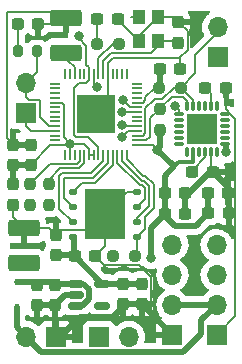
<source format=gbr>
%TF.GenerationSoftware,KiCad,Pcbnew,(6.0.7-1)-1*%
%TF.CreationDate,2022-10-12T15:07:03-04:00*%
%TF.ProjectId,PICO_v1.0,5049434f-5f76-4312-9e30-2e6b69636164,rev?*%
%TF.SameCoordinates,Original*%
%TF.FileFunction,Copper,L1,Top*%
%TF.FilePolarity,Positive*%
%FSLAX46Y46*%
G04 Gerber Fmt 4.6, Leading zero omitted, Abs format (unit mm)*
G04 Created by KiCad (PCBNEW (6.0.7-1)-1) date 2022-10-12 15:07:03*
%MOMM*%
%LPD*%
G01*
G04 APERTURE LIST*
G04 Aperture macros list*
%AMRoundRect*
0 Rectangle with rounded corners*
0 $1 Rounding radius*
0 $2 $3 $4 $5 $6 $7 $8 $9 X,Y pos of 4 corners*
0 Add a 4 corners polygon primitive as box body*
4,1,4,$2,$3,$4,$5,$6,$7,$8,$9,$2,$3,0*
0 Add four circle primitives for the rounded corners*
1,1,$1+$1,$2,$3*
1,1,$1+$1,$4,$5*
1,1,$1+$1,$6,$7*
1,1,$1+$1,$8,$9*
0 Add four rect primitives between the rounded corners*
20,1,$1+$1,$2,$3,$4,$5,0*
20,1,$1+$1,$4,$5,$6,$7,0*
20,1,$1+$1,$6,$7,$8,$9,0*
20,1,$1+$1,$8,$9,$2,$3,0*%
%AMOutline4P*
0 Free polygon, 4 corners , with rotation*
0 The origin of the aperture is its center*
0 number of corners: always 4*
0 $1 to $8 corner X, Y*
0 $9 Rotation angle, in degrees counterclockwise*
0 create outline with 4 corners*
4,1,4,$1,$2,$3,$4,$5,$6,$7,$8,$1,$2,$9*%
G04 Aperture macros list end*
%TA.AperFunction,ComponentPad*%
%ADD10R,1.700000X1.700000*%
%TD*%
%TA.AperFunction,ComponentPad*%
%ADD11O,1.700000X1.700000*%
%TD*%
%TA.AperFunction,SMDPad,CuDef*%
%ADD12RoundRect,0.250001X-1.074999X0.462499X-1.074999X-0.462499X1.074999X-0.462499X1.074999X0.462499X0*%
%TD*%
%TA.AperFunction,SMDPad,CuDef*%
%ADD13RoundRect,0.237500X-0.237500X0.300000X-0.237500X-0.300000X0.237500X-0.300000X0.237500X0.300000X0*%
%TD*%
%TA.AperFunction,SMDPad,CuDef*%
%ADD14RoundRect,0.237500X0.237500X-0.300000X0.237500X0.300000X-0.237500X0.300000X-0.237500X-0.300000X0*%
%TD*%
%TA.AperFunction,SMDPad,CuDef*%
%ADD15RoundRect,0.237500X-0.300000X-0.237500X0.300000X-0.237500X0.300000X0.237500X-0.300000X0.237500X0*%
%TD*%
%TA.AperFunction,SMDPad,CuDef*%
%ADD16RoundRect,0.237500X0.237500X-0.250000X0.237500X0.250000X-0.237500X0.250000X-0.237500X-0.250000X0*%
%TD*%
%TA.AperFunction,SMDPad,CuDef*%
%ADD17RoundRect,0.075000X-0.350000X-0.075000X0.350000X-0.075000X0.350000X0.075000X-0.350000X0.075000X0*%
%TD*%
%TA.AperFunction,SMDPad,CuDef*%
%ADD18RoundRect,0.075000X0.075000X-0.350000X0.075000X0.350000X-0.075000X0.350000X-0.075000X-0.350000X0*%
%TD*%
%TA.AperFunction,SMDPad,CuDef*%
%ADD19Outline4P,-1.295400X-1.257300X1.295400X-1.257300X1.295400X1.257300X-1.295400X1.257300X0.000000*%
%TD*%
%TA.AperFunction,SMDPad,CuDef*%
%ADD20RoundRect,0.050000X0.387500X0.050000X-0.387500X0.050000X-0.387500X-0.050000X0.387500X-0.050000X0*%
%TD*%
%TA.AperFunction,SMDPad,CuDef*%
%ADD21RoundRect,0.050000X0.050000X0.387500X-0.050000X0.387500X-0.050000X-0.387500X0.050000X-0.387500X0*%
%TD*%
%TA.AperFunction,SMDPad,CuDef*%
%ADD22R,3.200000X3.200000*%
%TD*%
%TA.AperFunction,SMDPad,CuDef*%
%ADD23RoundRect,0.237500X-0.237500X0.250000X-0.237500X-0.250000X0.237500X-0.250000X0.237500X0.250000X0*%
%TD*%
%TA.AperFunction,SMDPad,CuDef*%
%ADD24RoundRect,0.237500X0.250000X0.237500X-0.250000X0.237500X-0.250000X-0.237500X0.250000X-0.237500X0*%
%TD*%
%TA.AperFunction,SMDPad,CuDef*%
%ADD25RoundRect,0.125000X0.250000X0.125000X-0.250000X0.125000X-0.250000X-0.125000X0.250000X-0.125000X0*%
%TD*%
%TA.AperFunction,SMDPad,CuDef*%
%ADD26R,3.400000X4.300000*%
%TD*%
%TA.AperFunction,SMDPad,CuDef*%
%ADD27R,1.100000X1.300000*%
%TD*%
%TA.AperFunction,SMDPad,CuDef*%
%ADD28RoundRect,0.150000X-0.512500X-0.150000X0.512500X-0.150000X0.512500X0.150000X-0.512500X0.150000X0*%
%TD*%
%TA.AperFunction,SMDPad,CuDef*%
%ADD29RoundRect,0.237500X0.287500X0.237500X-0.287500X0.237500X-0.287500X-0.237500X0.287500X-0.237500X0*%
%TD*%
%TA.AperFunction,SMDPad,CuDef*%
%ADD30RoundRect,0.237500X0.300000X0.237500X-0.300000X0.237500X-0.300000X-0.237500X0.300000X-0.237500X0*%
%TD*%
%TA.AperFunction,SMDPad,CuDef*%
%ADD31R,0.450000X0.600000*%
%TD*%
%TA.AperFunction,SMDPad,CuDef*%
%ADD32RoundRect,0.200000X-0.200000X-0.275000X0.200000X-0.275000X0.200000X0.275000X-0.200000X0.275000X0*%
%TD*%
%TA.AperFunction,ViaPad*%
%ADD33C,0.800000*%
%TD*%
%TA.AperFunction,Conductor*%
%ADD34C,0.500000*%
%TD*%
%TA.AperFunction,Conductor*%
%ADD35C,0.200000*%
%TD*%
%TA.AperFunction,Conductor*%
%ADD36C,0.300000*%
%TD*%
G04 APERTURE END LIST*
D10*
%TO.P,ADC1,1,Pin_1*%
%TO.N,GP27*%
X101854000Y-109199600D03*
D11*
%TO.P,ADC1,2,Pin_2*%
%TO.N,GP26*%
X101854000Y-106659600D03*
%TD*%
D12*
%TO.P,SW1,1,1*%
%TO.N,GND*%
X101727000Y-118933900D03*
%TO.P,SW1,2,2*%
%TO.N,Net-(R5-Pad2)*%
X101727000Y-121908900D03*
%TD*%
D13*
%TO.P,C3,1*%
%TO.N,V3.3*%
X110109000Y-123621800D03*
%TO.P,C3,2*%
%TO.N,GND*%
X110109000Y-125346800D03*
%TD*%
D14*
%TO.P,C4,1*%
%TO.N,Net-(C4-Pad1)*%
X114782600Y-103224500D03*
%TO.P,C4,2*%
%TO.N,GND*%
X114782600Y-101499500D03*
%TD*%
D15*
%TO.P,C8,1*%
%TO.N,V3.3*%
X113640700Y-117703600D03*
%TO.P,C8,2*%
%TO.N,GND*%
X115365700Y-117703600D03*
%TD*%
D14*
%TO.P,C13,1*%
%TO.N,V3.3*%
X104394000Y-121233100D03*
%TO.P,C13,2*%
%TO.N,GND*%
X104394000Y-119508100D03*
%TD*%
D16*
%TO.P,R2,1*%
%TO.N,Net-(Data1-Pad1)*%
X102235000Y-116990500D03*
%TO.P,R2,2*%
%TO.N,DM*%
X102235000Y-115165500D03*
%TD*%
D17*
%TO.P,U4,1,CLKIN*%
%TO.N,GND*%
X114813800Y-109278100D03*
%TO.P,U4,2,NC*%
%TO.N,unconnected-(U4-Pad2)*%
X114813800Y-109778100D03*
%TO.P,U4,3,NC*%
%TO.N,unconnected-(U4-Pad3)*%
X114813800Y-110278100D03*
%TO.P,U4,4,NC*%
%TO.N,unconnected-(U4-Pad4)*%
X114813800Y-110778100D03*
%TO.P,U4,5,NC*%
%TO.N,unconnected-(U4-Pad5)*%
X114813800Y-111278100D03*
%TO.P,U4,6,AUX_SDA*%
%TO.N,unconnected-(U4-Pad6)*%
X114813800Y-111778100D03*
D18*
%TO.P,U4,7,AUX_SCL*%
%TO.N,unconnected-(U4-Pad7)*%
X115513800Y-112478100D03*
%TO.P,U4,8,VDDIO*%
%TO.N,V3.3*%
X116013800Y-112478100D03*
%TO.P,U4,9,AD0*%
%TO.N,unconnected-(U4-Pad9)*%
X116513800Y-112478100D03*
%TO.P,U4,10,REGOUT*%
%TO.N,Net-(C18-Pad1)*%
X117013800Y-112478100D03*
%TO.P,U4,11,FSYNC*%
%TO.N,GND*%
X117513800Y-112478100D03*
%TO.P,U4,12,INT*%
%TO.N,unconnected-(U4-Pad12)*%
X118013800Y-112478100D03*
D17*
%TO.P,U4,13,VDD*%
%TO.N,V3.3*%
X118713800Y-111778100D03*
%TO.P,U4,14,NC*%
%TO.N,unconnected-(U4-Pad14)*%
X118713800Y-111278100D03*
%TO.P,U4,15,NC*%
%TO.N,unconnected-(U4-Pad15)*%
X118713800Y-110778100D03*
%TO.P,U4,16,NC*%
%TO.N,unconnected-(U4-Pad16)*%
X118713800Y-110278100D03*
%TO.P,U4,17,NC*%
%TO.N,unconnected-(U4-Pad17)*%
X118713800Y-109778100D03*
%TO.P,U4,18,GND*%
%TO.N,GND*%
X118713800Y-109278100D03*
D18*
%TO.P,U4,19,NC*%
%TO.N,unconnected-(U4-Pad19)*%
X118013800Y-108578100D03*
%TO.P,U4,20,CPOUT*%
%TO.N,Net-(C17-Pad2)*%
X117513800Y-108578100D03*
%TO.P,U4,21,NC*%
%TO.N,unconnected-(U4-Pad21)*%
X117013800Y-108578100D03*
%TO.P,U4,22,NC*%
%TO.N,unconnected-(U4-Pad22)*%
X116513800Y-108578100D03*
%TO.P,U4,23,SCL*%
%TO.N,SCL*%
X116013800Y-108578100D03*
%TO.P,U4,24,SDA*%
%TO.N,SDA*%
X115513800Y-108578100D03*
D19*
%TO.P,U4,25*%
%TO.N,N/C*%
X116763800Y-110515400D03*
%TD*%
D10*
%TO.P,Data1,1,Pin_1*%
%TO.N,Net-(Data1-Pad1)*%
X108046600Y-128143000D03*
D11*
%TO.P,Data1,2,Pin_2*%
%TO.N,Net-(Data1-Pad2)*%
X110586600Y-128143000D03*
%TD*%
D10*
%TO.P,E2,1,Pin_1*%
%TO.N,GND*%
X118008400Y-127980600D03*
D11*
%TO.P,E2,2,Pin_2*%
%TO.N,PS*%
X118008400Y-125440600D03*
%TO.P,E2,3,Pin_3*%
%TO.N,EA2*%
X118008400Y-122900600D03*
%TO.P,E2,4,Pin_4*%
%TO.N,EB2*%
X118008400Y-120360600D03*
%TD*%
D20*
%TO.P,U2,1,IOVDD*%
%TO.N,V3.3*%
X111244900Y-111887700D03*
%TO.P,U2,2,GPIO0*%
%TO.N,SDA*%
X111244900Y-111487700D03*
%TO.P,U2,3,GPIO1*%
%TO.N,SCL*%
X111244900Y-111087700D03*
%TO.P,U2,4,GPIO2*%
%TO.N,EA1*%
X111244900Y-110687700D03*
%TO.P,U2,5,GPIO3*%
%TO.N,EB1*%
X111244900Y-110287700D03*
%TO.P,U2,6,GPIO4*%
%TO.N,unconnected-(U2-Pad6)*%
X111244900Y-109887700D03*
%TO.P,U2,7,GPIO5*%
%TO.N,unconnected-(U2-Pad7)*%
X111244900Y-109487700D03*
%TO.P,U2,8,GPIO6*%
%TO.N,EA2*%
X111244900Y-109087700D03*
%TO.P,U2,9,GPIO7*%
%TO.N,EB2*%
X111244900Y-108687700D03*
%TO.P,U2,10,IOVDD*%
%TO.N,V3.3*%
X111244900Y-108287700D03*
%TO.P,U2,11,GPIO8*%
%TO.N,unconnected-(U2-Pad11)*%
X111244900Y-107887700D03*
%TO.P,U2,12,GPIO9*%
%TO.N,unconnected-(U2-Pad12)*%
X111244900Y-107487700D03*
%TO.P,U2,13,GPIO10*%
%TO.N,unconnected-(U2-Pad13)*%
X111244900Y-107087700D03*
%TO.P,U2,14,GPIO11*%
%TO.N,unconnected-(U2-Pad14)*%
X111244900Y-106687700D03*
D21*
%TO.P,U2,15,GPIO12*%
%TO.N,unconnected-(U2-Pad15)*%
X110407400Y-105850200D03*
%TO.P,U2,16,GPIO13*%
%TO.N,unconnected-(U2-Pad16)*%
X110007400Y-105850200D03*
%TO.P,U2,17,GPIO14*%
%TO.N,unconnected-(U2-Pad17)*%
X109607400Y-105850200D03*
%TO.P,U2,18,GPIO15*%
%TO.N,unconnected-(U2-Pad18)*%
X109207400Y-105850200D03*
%TO.P,U2,19,TESTEN*%
%TO.N,GND*%
X108807400Y-105850200D03*
%TO.P,U2,20,XIN*%
%TO.N,Net-(C4-Pad1)*%
X108407400Y-105850200D03*
%TO.P,U2,21,XOUT*%
%TO.N,Net-(R3-Pad1)*%
X108007400Y-105850200D03*
%TO.P,U2,22,IOVDD*%
%TO.N,V3.3*%
X107607400Y-105850200D03*
%TO.P,U2,23,DVDD*%
%TO.N,Net-(C19-Pad1)*%
X107207400Y-105850200D03*
%TO.P,U2,24,SWCLK*%
%TO.N,unconnected-(U2-Pad24)*%
X106807400Y-105850200D03*
%TO.P,U2,25,SWD*%
%TO.N,unconnected-(U2-Pad25)*%
X106407400Y-105850200D03*
%TO.P,U2,26,RUN*%
%TO.N,Net-(SW2-Pad2)*%
X106007400Y-105850200D03*
%TO.P,U2,27,GPIO16*%
%TO.N,unconnected-(U2-Pad27)*%
X105607400Y-105850200D03*
%TO.P,U2,28,GPIO17*%
%TO.N,unconnected-(U2-Pad28)*%
X105207400Y-105850200D03*
D20*
%TO.P,U2,29,GPIO18*%
%TO.N,unconnected-(U2-Pad29)*%
X104369900Y-106687700D03*
%TO.P,U2,30,GPIO19*%
%TO.N,unconnected-(U2-Pad30)*%
X104369900Y-107087700D03*
%TO.P,U2,31,GPIO20*%
%TO.N,unconnected-(U2-Pad31)*%
X104369900Y-107487700D03*
%TO.P,U2,32,GPIO21*%
%TO.N,unconnected-(U2-Pad32)*%
X104369900Y-107887700D03*
%TO.P,U2,33,IOVDD*%
%TO.N,V3.3*%
X104369900Y-108287700D03*
%TO.P,U2,34,GPIO22*%
%TO.N,unconnected-(U2-Pad34)*%
X104369900Y-108687700D03*
%TO.P,U2,35,GPIO23*%
%TO.N,unconnected-(U2-Pad35)*%
X104369900Y-109087700D03*
%TO.P,U2,36,GPIO24*%
%TO.N,unconnected-(U2-Pad36)*%
X104369900Y-109487700D03*
%TO.P,U2,37,GPIO25*%
%TO.N,unconnected-(U2-Pad37)*%
X104369900Y-109887700D03*
%TO.P,U2,38,GPIO26_ADC0*%
%TO.N,GP26*%
X104369900Y-110287700D03*
%TO.P,U2,39,GPIO27_ADC1*%
%TO.N,GP27*%
X104369900Y-110687700D03*
%TO.P,U2,40,GPIO28_ADC2*%
%TO.N,unconnected-(U2-Pad40)*%
X104369900Y-111087700D03*
%TO.P,U2,41,GPIO29_ADC3*%
%TO.N,unconnected-(U2-Pad41)*%
X104369900Y-111487700D03*
%TO.P,U2,42,IOVDD*%
%TO.N,V3.3*%
X104369900Y-111887700D03*
D21*
%TO.P,U2,43,ADC_AVDD*%
%TO.N,unconnected-(U2-Pad43)*%
X105207400Y-112725200D03*
%TO.P,U2,44,VREG_IN*%
%TO.N,V3.3*%
X105607400Y-112725200D03*
%TO.P,U2,45,VREG_VOUT*%
%TO.N,unconnected-(U2-Pad45)*%
X106007400Y-112725200D03*
%TO.P,U2,46,USB_DM*%
%TO.N,DM*%
X106407400Y-112725200D03*
%TO.P,U2,47,USB_DP*%
%TO.N,DP*%
X106807400Y-112725200D03*
%TO.P,U2,48,USB_VDD*%
%TO.N,V3.3*%
X107207400Y-112725200D03*
%TO.P,U2,49,IOVDD*%
X107607400Y-112725200D03*
%TO.P,U2,50,DVDD*%
%TO.N,Net-(C19-Pad1)*%
X108007400Y-112725200D03*
%TO.P,U2,51,QSPI_SD3*%
%TO.N,QSPI_SD3*%
X108407400Y-112725200D03*
%TO.P,U2,52,QSPI_SCLK*%
%TO.N,QSPI_SCLK*%
X108807400Y-112725200D03*
%TO.P,U2,53,QSPI_SD0*%
%TO.N,QSPI_SD0*%
X109207400Y-112725200D03*
%TO.P,U2,54,QSPI_SD2*%
%TO.N,QSPI_SD2*%
X109607400Y-112725200D03*
%TO.P,U2,55,QSPI_SD1*%
%TO.N,QSPI_SD1*%
X110007400Y-112725200D03*
%TO.P,U2,56,QSPI_SS*%
%TO.N,QSPI_SS*%
X110407400Y-112725200D03*
D22*
%TO.P,U2,57,GND*%
%TO.N,GND*%
X107807400Y-109287700D03*
%TD*%
D12*
%TO.P,SW2,1,1*%
%TO.N,GND*%
X105257600Y-101103100D03*
%TO.P,SW2,2,2*%
%TO.N,Net-(SW2-Pad2)*%
X105257600Y-104078100D03*
%TD*%
D13*
%TO.P,C1,1*%
%TO.N,VSYS*%
X104343200Y-123699100D03*
%TO.P,C1,2*%
%TO.N,GND*%
X104343200Y-125424100D03*
%TD*%
D23*
%TO.P,R7,1*%
%TO.N,SDA*%
X113182400Y-108802800D03*
%TO.P,R7,2*%
%TO.N,V3.3*%
X113182400Y-110627800D03*
%TD*%
D16*
%TO.P,R1,1*%
%TO.N,Net-(Data1-Pad2)*%
X103809800Y-116990500D03*
%TO.P,R1,2*%
%TO.N,DP*%
X103809800Y-115165500D03*
%TD*%
D24*
%TO.P,R3,1*%
%TO.N,Net-(R3-Pad1)*%
X109726100Y-103327200D03*
%TO.P,R3,2*%
%TO.N,Net-(C5-Pad2)*%
X107901100Y-103327200D03*
%TD*%
D25*
%TO.P,U3,1,~{CS}*%
%TO.N,QSPI_SS*%
X111234750Y-119668200D03*
%TO.P,U3,2,DO(IO1)*%
%TO.N,QSPI_SD1*%
X111234750Y-118398200D03*
%TO.P,U3,3,IO2*%
%TO.N,QSPI_SD2*%
X111234750Y-117128200D03*
%TO.P,U3,4,GND*%
%TO.N,GND*%
X111234750Y-115858200D03*
%TO.P,U3,5,DI(IO0)*%
%TO.N,QSPI_SD0*%
X105834750Y-115858200D03*
%TO.P,U3,6,CLK*%
%TO.N,QSPI_SCLK*%
X105834750Y-117128200D03*
%TO.P,U3,7,IO3*%
%TO.N,QSPI_SD3*%
X105834750Y-118398200D03*
%TO.P,U3,8,VCC*%
%TO.N,V3.3*%
X105834750Y-119668200D03*
D26*
%TO.P,U3,9,EP*%
%TO.N,GND*%
X108534750Y-117763200D03*
%TD*%
D14*
%TO.P,C15,1*%
%TO.N,GND*%
X111663900Y-125347900D03*
%TO.P,C15,2*%
%TO.N,V3.3*%
X111663900Y-123622900D03*
%TD*%
D27*
%TO.P,X1,1,EN*%
%TO.N,Net-(C4-Pad1)*%
X113093000Y-103107200D03*
%TO.P,X1,2,GND*%
%TO.N,GND*%
X113093000Y-101007200D03*
%TO.P,X1,3,OUT*%
%TO.N,Net-(C5-Pad2)*%
X111443000Y-101007200D03*
%TO.P,X1,4,GND*%
%TO.N,GND*%
X111443000Y-103107200D03*
%TD*%
D28*
%TO.P,U1,1,IN*%
%TO.N,VSYS*%
X106075900Y-123611600D03*
%TO.P,U1,2,GND*%
%TO.N,GND*%
X106075900Y-124561600D03*
%TO.P,U1,3,EN*%
%TO.N,VSYS*%
X106075900Y-125511600D03*
%TO.P,U1,4,NC*%
%TO.N,unconnected-(U1-Pad4)*%
X108350900Y-125511600D03*
%TO.P,U1,5,OUT*%
%TO.N,V3.3*%
X108350900Y-123611600D03*
%TD*%
D13*
%TO.P,C2,1*%
%TO.N,VSYS*%
X102793800Y-123699100D03*
%TO.P,C2,2*%
%TO.N,GND*%
X102793800Y-125424100D03*
%TD*%
D15*
%TO.P,C12,1*%
%TO.N,V3.3*%
X117272900Y-115925600D03*
%TO.P,C12,2*%
%TO.N,GND*%
X118997900Y-115925600D03*
%TD*%
D24*
%TO.P,R6,1*%
%TO.N,SCL*%
X114983900Y-107022900D03*
%TO.P,R6,2*%
%TO.N,V3.3*%
X113158900Y-107022900D03*
%TD*%
D15*
%TO.P,C6,1*%
%TO.N,V3.3*%
X113640700Y-115925600D03*
%TO.P,C6,2*%
%TO.N,GND*%
X115365700Y-115925600D03*
%TD*%
D10*
%TO.P,I2c1,1,Pin_1*%
%TO.N,SDA*%
X118135400Y-104444800D03*
D11*
%TO.P,I2c1,2,Pin_2*%
%TO.N,SCL*%
X118135400Y-101904800D03*
%TD*%
D15*
%TO.P,C18,1*%
%TO.N,Net-(C18-Pad1)*%
X115952100Y-114147600D03*
%TO.P,C18,2*%
%TO.N,GND*%
X117677100Y-114147600D03*
%TD*%
D29*
%TO.P,D2,1,K*%
%TO.N,GND*%
X102906800Y-101650800D03*
%TO.P,D2,2,A*%
%TO.N,Net-(D2-Pad2)*%
X101156800Y-101650800D03*
%TD*%
D30*
%TO.P,C5,1*%
%TO.N,GND*%
X109650700Y-101244400D03*
%TO.P,C5,2*%
%TO.N,Net-(C5-Pad2)*%
X107925700Y-101244400D03*
%TD*%
D15*
%TO.P,C14,1*%
%TO.N,V3.3*%
X105995300Y-121285000D03*
%TO.P,C14,2*%
%TO.N,GND*%
X107720300Y-121285000D03*
%TD*%
D24*
%TO.P,R5,1*%
%TO.N,QSPI_SS*%
X111097700Y-121285000D03*
%TO.P,R5,2*%
%TO.N,Net-(R5-Pad2)*%
X109272700Y-121285000D03*
%TD*%
D13*
%TO.P,C10,1*%
%TO.N,V3.3*%
X100761800Y-115215500D03*
%TO.P,C10,2*%
%TO.N,GND*%
X100761800Y-116940500D03*
%TD*%
D30*
%TO.P,C16,1*%
%TO.N,GND*%
X114933900Y-105486200D03*
%TO.P,C16,2*%
%TO.N,V3.3*%
X113208900Y-105486200D03*
%TD*%
D15*
%TO.P,C11,1*%
%TO.N,V3.3*%
X117298300Y-117678200D03*
%TO.P,C11,2*%
%TO.N,GND*%
X119023300Y-117678200D03*
%TD*%
D10*
%TO.P,PS1,1,Pin_1*%
%TO.N,GND*%
X104424400Y-128143000D03*
D11*
%TO.P,PS1,2,Pin_2*%
%TO.N,PS*%
X101884400Y-128143000D03*
%TD*%
D14*
%TO.P,C7,1*%
%TO.N,V3.3*%
X100799900Y-113587700D03*
%TO.P,C7,2*%
%TO.N,GND*%
X100799900Y-111862700D03*
%TD*%
D31*
%TO.P,D1,1,K*%
%TO.N,VSYS*%
X101072100Y-123460800D03*
%TO.P,D1,2,A*%
%TO.N,PS*%
X101072100Y-125560800D03*
%TD*%
D30*
%TO.P,C17,1*%
%TO.N,GND*%
X118769300Y-107022900D03*
%TO.P,C17,2*%
%TO.N,Net-(C17-Pad2)*%
X117044300Y-107022900D03*
%TD*%
D14*
%TO.P,C9,1*%
%TO.N,V3.3*%
X102311200Y-113587700D03*
%TO.P,C9,2*%
%TO.N,GND*%
X102311200Y-111862700D03*
%TD*%
D10*
%TO.P,E1,1,Pin_1*%
%TO.N,GND*%
X114274600Y-127980600D03*
D11*
%TO.P,E1,2,Pin_2*%
%TO.N,PS*%
X114274600Y-125440600D03*
%TO.P,E1,3,Pin_3*%
%TO.N,EA1*%
X114274600Y-122900600D03*
%TO.P,E1,4,Pin_4*%
%TO.N,EB1*%
X114274600Y-120360600D03*
%TD*%
D32*
%TO.P,R4,1*%
%TO.N,Net-(D2-Pad2)*%
X101156000Y-103962200D03*
%TO.P,R4,2*%
%TO.N,GP26*%
X102806000Y-103962200D03*
%TD*%
D33*
%TO.N,GND*%
X109677200Y-101244400D03*
X114832850Y-101549750D03*
X105435400Y-101077700D03*
X114520550Y-108595800D03*
%TO.N,V3.3*%
X112996550Y-112278800D03*
X112471553Y-121487847D03*
X113158900Y-107022900D03*
X111662800Y-123621800D03*
X105638600Y-111760000D03*
X107924600Y-107010200D03*
X118813150Y-112507400D03*
X105919100Y-121233100D03*
%TO.N,EB1*%
X110029800Y-110163900D03*
%TO.N,EA1*%
X110004400Y-111188200D03*
%TO.N,EB2*%
X110080425Y-108055700D03*
%TO.N,EA2*%
X110029800Y-109097100D03*
%TO.N,SDA*%
X113192975Y-108792225D03*
%TO.N,Net-(R5-Pad2)*%
X109321600Y-121259600D03*
X101803200Y-121920000D03*
%TO.N,Net-(C19-Pad1)*%
X106349800Y-102641400D03*
%TO.N,Net-(Data1-Pad1)*%
X102235000Y-116992400D03*
%TO.N,Net-(Data1-Pad2)*%
X103835200Y-116992400D03*
%TD*%
D34*
%TO.N,VSYS*%
X104104900Y-123460800D02*
X104343200Y-123699100D01*
X107188400Y-124960128D02*
X107188400Y-124111600D01*
X106075900Y-123611600D02*
X104430700Y-123611600D01*
X106075900Y-125511600D02*
X106636928Y-125511600D01*
X107188400Y-124111600D02*
X106688400Y-123611600D01*
X106688400Y-123611600D02*
X106075900Y-123611600D01*
X101072100Y-123460800D02*
X104104900Y-123460800D01*
X104430700Y-123611600D02*
X104343200Y-123699100D01*
X106636928Y-125511600D02*
X107188400Y-124960128D01*
D35*
%TO.N,GND*%
X119599133Y-109708103D02*
X119599133Y-113325333D01*
X113093000Y-101007200D02*
X114290300Y-101007200D01*
X119599133Y-113325333D02*
X119599133Y-126389867D01*
D34*
X102793800Y-125424100D02*
X104343200Y-125424100D01*
D35*
X108807400Y-108287700D02*
X107807400Y-109287700D01*
X111443000Y-102657200D02*
X113093000Y-101007200D01*
X112438900Y-126144900D02*
X112438900Y-123100260D01*
X100761800Y-117968700D02*
X101727000Y-118933900D01*
X100736400Y-111786500D02*
X100263267Y-111313367D01*
X103819800Y-118933900D02*
X104394000Y-119508100D01*
D34*
X111638500Y-125373300D02*
X111663900Y-125347900D01*
D35*
X117710550Y-114149500D02*
X118774966Y-114149500D01*
X114933900Y-104602300D02*
X114846200Y-104514600D01*
X109650700Y-101243300D02*
X109651800Y-101244400D01*
X114520550Y-108595800D02*
X114495150Y-108570400D01*
D34*
X111663900Y-125369900D02*
X114274600Y-127980600D01*
X110139900Y-125373300D02*
X111638500Y-125373300D01*
X115365700Y-115925600D02*
X115683872Y-115925600D01*
D35*
X108807400Y-104915086D02*
X109207886Y-104514600D01*
X108507700Y-122072400D02*
X107720300Y-121285000D01*
X114933900Y-105486200D02*
X114933900Y-104602300D01*
X119169130Y-109278100D02*
X119334415Y-109443385D01*
X108534750Y-120470550D02*
X107720300Y-121285000D01*
D34*
X104424400Y-128143000D02*
X104749600Y-128143000D01*
D35*
X115557600Y-102274500D02*
X114832850Y-101549750D01*
X100263267Y-111313367D02*
X100263267Y-100609400D01*
D34*
X106075900Y-124561600D02*
X105205700Y-124561600D01*
D35*
X108534750Y-117763200D02*
X108534750Y-120470550D01*
D34*
X109245400Y-126441200D02*
X110139900Y-125546700D01*
D35*
X114813800Y-108889050D02*
X114520550Y-108595800D01*
D34*
X106451400Y-126441200D02*
X109245400Y-126441200D01*
D35*
X117513800Y-112478100D02*
X117513800Y-113952750D01*
X111234750Y-115858200D02*
X110439750Y-115858200D01*
X117651700Y-114208350D02*
X117710550Y-114149500D01*
X104967100Y-100609400D02*
X105435400Y-101077700D01*
D34*
X104343200Y-128061800D02*
X104424400Y-128143000D01*
X104343200Y-125424100D02*
X104343200Y-128061800D01*
D35*
X100263267Y-100609400D02*
X104967100Y-100609400D01*
D34*
X104749600Y-128143000D02*
X106451400Y-126441200D01*
X105205700Y-124561600D02*
X104343200Y-125424100D01*
D35*
X104394000Y-119508100D02*
X104783900Y-119118200D01*
X107179750Y-119118200D02*
X108534750Y-117763200D01*
X108807400Y-105850200D02*
X108807400Y-108287700D01*
X118774966Y-114149500D02*
X119599133Y-113325333D01*
X104862300Y-101650800D02*
X105435400Y-101077700D01*
X108807400Y-105850200D02*
X108807400Y-104915086D01*
X111443000Y-103107200D02*
X111443000Y-102657200D01*
X110439750Y-115858200D02*
X108534750Y-117763200D01*
X115557600Y-103803200D02*
X115557600Y-102274500D01*
X114846200Y-104514600D02*
X115557600Y-103803200D01*
X119334415Y-109443385D02*
X119599133Y-109708103D01*
X114813800Y-109278100D02*
X114813800Y-108889050D01*
D34*
X117461872Y-114147600D02*
X117677100Y-114147600D01*
D35*
X109651800Y-101244400D02*
X109677200Y-101244400D01*
X118769300Y-107022900D02*
X118769300Y-108878270D01*
X109207886Y-104514600D02*
X114846200Y-104514600D01*
X109677200Y-101244400D02*
X109677200Y-101341400D01*
X102906800Y-101650800D02*
X104862300Y-101650800D01*
D34*
X102311200Y-111862700D02*
X100799900Y-111862700D01*
D35*
X119599133Y-126389867D02*
X118008400Y-127980600D01*
X100761800Y-116940500D02*
X100761800Y-117968700D01*
D34*
X115683872Y-115925600D02*
X117461872Y-114147600D01*
X111663900Y-125347900D02*
X111663900Y-125369900D01*
D35*
X114290300Y-101007200D02*
X114782600Y-101499500D01*
X118713800Y-109278100D02*
X119169130Y-109278100D01*
D34*
X117677100Y-114147600D02*
X119023300Y-115493800D01*
D35*
X111411040Y-122072400D02*
X108507700Y-122072400D01*
X101727000Y-118933900D02*
X103819800Y-118933900D01*
D34*
X115365700Y-117703600D02*
X115365700Y-115925600D01*
D35*
X112438900Y-123100260D02*
X111411040Y-122072400D01*
D34*
X119023300Y-115493800D02*
X119023300Y-117678200D01*
D35*
X118769300Y-108878270D02*
X119334415Y-109443385D01*
X114782600Y-101499500D02*
X114832850Y-101549750D01*
X104783900Y-119118200D02*
X107179750Y-119118200D01*
X117513800Y-113952750D02*
X117710550Y-114149500D01*
X109677200Y-101341400D02*
X111443000Y-103107200D01*
D34*
%TO.N,V3.3*%
X108361100Y-123621800D02*
X108350900Y-123611600D01*
D35*
X105107400Y-108492725D02*
X104902375Y-108287700D01*
D34*
X108350900Y-123611600D02*
X108321900Y-123611600D01*
X113640700Y-115925600D02*
X113640700Y-114467936D01*
D35*
X112814100Y-107022900D02*
X113158900Y-107022900D01*
D34*
X113640700Y-117703600D02*
X113640700Y-115925600D01*
X114503200Y-118745000D02*
X116231500Y-118745000D01*
X112471553Y-118872747D02*
X113640700Y-117703600D01*
X105919100Y-119752550D02*
X105834750Y-119668200D01*
D36*
X116013800Y-112478100D02*
X116013800Y-113297034D01*
D35*
X105638600Y-111760000D02*
X105107400Y-111228800D01*
X107607400Y-106693000D02*
X107924600Y-107010200D01*
D34*
X116231500Y-118745000D02*
X117298300Y-117678200D01*
D35*
X105833650Y-119667100D02*
X105834750Y-119668200D01*
D34*
X108321900Y-123611600D02*
X105995300Y-121285000D01*
X113208900Y-106972900D02*
X113158900Y-107022900D01*
X118813150Y-112507400D02*
X118813150Y-111878100D01*
X100799900Y-113587700D02*
X102311200Y-113587700D01*
D35*
X113158900Y-107022900D02*
X112867650Y-107022900D01*
X112605450Y-111887700D02*
X112996550Y-112278800D01*
X105510900Y-111887700D02*
X105638600Y-111760000D01*
X111244900Y-108287700D02*
X111777375Y-108287700D01*
D34*
X105919100Y-121233100D02*
X104394000Y-121233100D01*
D35*
X104902375Y-108287700D02*
X104369900Y-108287700D01*
X104369900Y-111887700D02*
X103909600Y-111887700D01*
X105638600Y-111760000D02*
X106774675Y-111760000D01*
D34*
X117298300Y-117678200D02*
X117298300Y-115951000D01*
X112471553Y-121487847D02*
X112471553Y-118872747D01*
D35*
X111982400Y-108082675D02*
X111982400Y-107854600D01*
D34*
X113640700Y-117882500D02*
X114503200Y-118745000D01*
D36*
X116013800Y-113297034D02*
X114811602Y-113297034D01*
D34*
X113208900Y-105486200D02*
X113208900Y-106972900D01*
D35*
X107607400Y-105850200D02*
X107607400Y-106693000D01*
D34*
X113182400Y-112092950D02*
X112996550Y-112278800D01*
X100761800Y-113625800D02*
X100799900Y-113587700D01*
X113640700Y-117703600D02*
X113640700Y-117882500D01*
D35*
X104369900Y-111887700D02*
X105510900Y-111887700D01*
D34*
X110109000Y-123621800D02*
X111662800Y-123621800D01*
D35*
X105607400Y-112725200D02*
X105607400Y-111791200D01*
D34*
X110109000Y-123621800D02*
X108361100Y-123621800D01*
D35*
X106774675Y-111760000D02*
X107207400Y-112192725D01*
X105607400Y-111791200D02*
X105638600Y-111760000D01*
D34*
X113640700Y-114467936D02*
X114413193Y-113695443D01*
D36*
X114811602Y-113297034D02*
X114413193Y-113695443D01*
D35*
X107607400Y-112725200D02*
X107207400Y-112725200D01*
D34*
X113182400Y-110627800D02*
X113182400Y-112092950D01*
X105919100Y-121233100D02*
X105919100Y-119752550D01*
X118813150Y-111878100D02*
X118713800Y-111878100D01*
D35*
X111982400Y-107854600D02*
X112814100Y-107022900D01*
X111244900Y-111887700D02*
X112605450Y-111887700D01*
D34*
X114413193Y-113695443D02*
X112996550Y-112278800D01*
D35*
X107207400Y-112192725D02*
X107207400Y-112725200D01*
D34*
X100761800Y-115215500D02*
X100761800Y-113625800D01*
X117298300Y-115951000D02*
X117272900Y-115925600D01*
D35*
X103909600Y-111887700D02*
X102260400Y-113536900D01*
X105107400Y-111228800D02*
X105107400Y-108492725D01*
X111777375Y-108287700D02*
X111982400Y-108082675D01*
D34*
%TO.N,PS*%
X115159000Y-129443000D02*
X116708400Y-127893600D01*
X116708400Y-126740600D02*
X118008400Y-125440600D01*
X101072100Y-125560800D02*
X101072100Y-127330700D01*
X101072100Y-127330700D02*
X101884400Y-128143000D01*
X101884400Y-128143000D02*
X103184400Y-129443000D01*
X114274600Y-125440600D02*
X118008400Y-125440600D01*
X116708400Y-127893600D02*
X116708400Y-126740600D01*
X103184400Y-129443000D02*
X115159000Y-129443000D01*
D35*
%TO.N,Net-(D2-Pad2)*%
X101156000Y-101651600D02*
X101156800Y-101650800D01*
X101156000Y-103962200D02*
X101156000Y-101651600D01*
X101156800Y-103961400D02*
X101156000Y-103962200D01*
%TO.N,EB1*%
X110153600Y-110287700D02*
X111244900Y-110287700D01*
X110029800Y-110163900D02*
X110153600Y-110287700D01*
%TO.N,EA1*%
X110504900Y-110687700D02*
X111244900Y-110687700D01*
X110004400Y-111188200D02*
X110504900Y-110687700D01*
%TO.N,EB2*%
X110712425Y-108687700D02*
X110080425Y-108055700D01*
X111244900Y-108687700D02*
X110712425Y-108687700D01*
X110080425Y-108055700D02*
X110029800Y-108055700D01*
%TO.N,EA2*%
X110039200Y-109087700D02*
X111244900Y-109087700D01*
X110029800Y-109097100D02*
X110039200Y-109087700D01*
%TO.N,SDA*%
X112361550Y-111186600D02*
X112361550Y-109623650D01*
X113192975Y-108792225D02*
X113182400Y-108802800D01*
X115513800Y-108118486D02*
X115193214Y-107797900D01*
X112361550Y-109623650D02*
X113182400Y-108802800D01*
X113202901Y-108792225D02*
X113192975Y-108792225D01*
X115193214Y-107797900D02*
X114197226Y-107797900D01*
X114197226Y-107797900D02*
X113202901Y-108792225D01*
X112060450Y-111487700D02*
X112361550Y-111186600D01*
X111244900Y-111487700D02*
X112060450Y-111487700D01*
X115513800Y-108578100D02*
X115513800Y-108118486D01*
%TO.N,SCL*%
X118135400Y-101904800D02*
X118135400Y-102311200D01*
X111982400Y-108744700D02*
X111982400Y-110882675D01*
X112675500Y-108051600D02*
X111982400Y-108744700D01*
X116179600Y-104267000D02*
X116179600Y-105827200D01*
X113414140Y-108015300D02*
X112736100Y-108015300D01*
X114983900Y-107022900D02*
X114406540Y-107022900D01*
X111982400Y-110882675D02*
X111777375Y-111087700D01*
X116179600Y-105827200D02*
X114983900Y-107022900D01*
X112736100Y-108015300D02*
X112699800Y-108051600D01*
X114406540Y-107022900D02*
X113414140Y-108015300D01*
X112699800Y-108051600D02*
X112675500Y-108051600D01*
X118135400Y-102311200D02*
X116179600Y-104267000D01*
X114983900Y-107022900D02*
X116013800Y-108052800D01*
X111777375Y-111087700D02*
X111244900Y-111087700D01*
X116013800Y-108052800D02*
X116013800Y-108578100D01*
X114983900Y-107022900D02*
X114960400Y-107046400D01*
%TO.N,DP*%
X104780500Y-113862700D02*
X103809800Y-114833400D01*
X106807400Y-113433411D02*
X106378111Y-113862700D01*
X103809800Y-114833400D02*
X103809800Y-115165500D01*
X106378111Y-113862700D02*
X104780500Y-113862700D01*
X106807400Y-112725200D02*
X106807400Y-113433411D01*
%TO.N,DM*%
X106407400Y-112725200D02*
X106407400Y-113267725D01*
X106407400Y-113267725D02*
X106212425Y-113462700D01*
X106212425Y-113462700D02*
X103937800Y-113462700D01*
X103937800Y-113462700D02*
X102235000Y-115165500D01*
%TO.N,QSPI_SS*%
X111992163Y-114508200D02*
X112712400Y-115228438D01*
X111909750Y-118993200D02*
X111234750Y-119668200D01*
X111909750Y-117994927D02*
X111909750Y-118993200D01*
X111823611Y-114508200D02*
X111992163Y-114508200D01*
X110407400Y-113091989D02*
X111823611Y-114508200D01*
X111234750Y-119668200D02*
X111234750Y-121147950D01*
X112712400Y-115228438D02*
X112712400Y-117192277D01*
X110407400Y-113081500D02*
X110417200Y-113091300D01*
X112712400Y-117192277D02*
X111909750Y-117994927D01*
X110407400Y-112725200D02*
X110407400Y-113081500D01*
X111234750Y-121147950D02*
X111097700Y-121285000D01*
X110407400Y-112725200D02*
X110407400Y-113091989D01*
%TO.N,Net-(SW2-Pad2)*%
X105435400Y-104052700D02*
X105435400Y-104745725D01*
X106007400Y-105317725D02*
X106007400Y-105850200D01*
X105435400Y-104745725D02*
X106007400Y-105317725D01*
%TO.N,QSPI_SD1*%
X111657925Y-114908200D02*
X111826477Y-114908200D01*
X112312400Y-117026591D02*
X111234750Y-118104241D01*
X110007400Y-112725200D02*
X110007400Y-113257675D01*
X111234750Y-118104241D02*
X111234750Y-118398200D01*
X111826477Y-114908200D02*
X112312400Y-115394123D01*
X110007400Y-113257675D02*
X111657925Y-114908200D01*
X112312400Y-115394123D02*
X112312400Y-117026591D01*
%TO.N,QSPI_SD2*%
X109607400Y-113423361D02*
X111492239Y-115308200D01*
X111660791Y-115308200D02*
X111912400Y-115559809D01*
X111912400Y-115559809D02*
X111912400Y-116450550D01*
X111912400Y-116450550D02*
X111234750Y-117128200D01*
X111492239Y-115308200D02*
X111660791Y-115308200D01*
X109607400Y-112725200D02*
X109607400Y-113423361D01*
%TO.N,QSPI_SD0*%
X107683644Y-115112800D02*
X106580150Y-115112800D01*
X109207400Y-112725200D02*
X109207400Y-113589045D01*
X109207400Y-113589045D02*
X107683644Y-115112800D01*
X106580150Y-115112800D02*
X105834750Y-115858200D01*
%TO.N,QSPI_SCLK*%
X107517959Y-114712800D02*
X105098800Y-114712800D01*
X108807400Y-113423359D02*
X107517959Y-114712800D01*
X105098800Y-116392250D02*
X105834750Y-117128200D01*
X108807400Y-112725200D02*
X108807400Y-113423359D01*
X105098800Y-114712800D02*
X105098800Y-116392250D01*
%TO.N,QSPI_SD3*%
X107402375Y-114262700D02*
X108407400Y-113257675D01*
X105834750Y-118398200D02*
X104698800Y-117262250D01*
X108407400Y-113257675D02*
X108407400Y-112725200D01*
X104698800Y-114528600D02*
X104964700Y-114262700D01*
X104698800Y-117262250D02*
X104698800Y-114528600D01*
X104964700Y-114262700D02*
X107402375Y-114262700D01*
%TO.N,Net-(C19-Pad1)*%
X105907400Y-111027700D02*
X106067400Y-111187700D01*
X108007400Y-112078500D02*
X108007400Y-112725200D01*
X106935475Y-106654600D02*
X106349800Y-106654600D01*
X106984800Y-105095125D02*
X107207400Y-105317725D01*
X107116600Y-111187700D02*
X108007400Y-112078500D01*
X106349800Y-102854983D02*
X106984800Y-103489983D01*
X106349800Y-102641400D02*
X106349800Y-102854983D01*
X107207400Y-105850200D02*
X107207400Y-106382675D01*
X107207400Y-105317725D02*
X107207400Y-105850200D01*
X106349800Y-106654600D02*
X105907400Y-107097000D01*
X107207400Y-106382675D02*
X106935475Y-106654600D01*
X105907400Y-107097000D02*
X105907400Y-111027700D01*
X106984800Y-103489983D02*
X106984800Y-105095125D01*
X106067400Y-111187700D02*
X107116600Y-111187700D01*
%TO.N,GP27*%
X101854000Y-110249600D02*
X102292100Y-110687700D01*
X102292100Y-110687700D02*
X104369900Y-110687700D01*
X101854000Y-109199600D02*
X101854000Y-110249600D01*
%TO.N,GP26*%
X101854000Y-107787400D02*
X101854000Y-106659600D01*
X102806000Y-105707600D02*
X101854000Y-106659600D01*
X103837425Y-110287700D02*
X103047800Y-109498075D01*
X104369900Y-110287700D02*
X103837425Y-110287700D01*
X103047800Y-108093400D02*
X103004000Y-108049600D01*
X103047800Y-109498075D02*
X103047800Y-108093400D01*
X102116200Y-108049600D02*
X101854000Y-107787400D01*
X103004000Y-108049600D02*
X102116200Y-108049600D01*
X102806000Y-103962200D02*
X102806000Y-105707600D01*
%TO.N,Net-(C4-Pad1)*%
X113093000Y-103492800D02*
X113093000Y-103107200D01*
X113093000Y-103107200D02*
X114665300Y-103107200D01*
X113210300Y-103224500D02*
X113093000Y-103107200D01*
X108407400Y-104749400D02*
X109042200Y-104114600D01*
X109042200Y-104114600D02*
X112471200Y-104114600D01*
X114665300Y-103107200D02*
X114782600Y-103224500D01*
X112471200Y-104114600D02*
X113093000Y-103492800D01*
X108407400Y-105850200D02*
X108407400Y-104749400D01*
%TO.N,Net-(C5-Pad2)*%
X111443000Y-101007200D02*
X110735400Y-101007200D01*
X107925700Y-101244400D02*
X107925700Y-103302600D01*
X107925700Y-103302600D02*
X107901100Y-103327200D01*
%TO.N,Net-(C17-Pad2)*%
X117044300Y-107022900D02*
X117513800Y-107492400D01*
X117513800Y-107492400D02*
X117513800Y-108578100D01*
%TO.N,Net-(C18-Pad1)*%
X115985550Y-113961680D02*
X117013800Y-112933430D01*
X117013800Y-112933430D02*
X117013800Y-112478100D01*
X115985550Y-114149500D02*
X115985550Y-113961680D01*
%TO.N,Net-(R3-Pad1)*%
X108007400Y-105850200D02*
X108007400Y-104526150D01*
X108007400Y-104526150D02*
X109206350Y-103327200D01*
X109206350Y-103327200D02*
X109726100Y-103327200D01*
X110054400Y-103655500D02*
X109726100Y-103327200D01*
X109982000Y-103327200D02*
X109726100Y-103327200D01*
%TD*%
%TA.AperFunction,Conductor*%
%TO.N,GND*%
G36*
X110229050Y-121975138D02*
G01*
X110274137Y-122004059D01*
X110377012Y-122106754D01*
X110377017Y-122106758D01*
X110382197Y-122111929D01*
X110388427Y-122115769D01*
X110388428Y-122115770D01*
X110522396Y-122198349D01*
X110530280Y-122203209D01*
X110695391Y-122257974D01*
X110702227Y-122258674D01*
X110702230Y-122258675D01*
X110753726Y-122263951D01*
X110798128Y-122268500D01*
X111397272Y-122268500D01*
X111400518Y-122268163D01*
X111400522Y-122268163D01*
X111494435Y-122258419D01*
X111494439Y-122258418D01*
X111501293Y-122257707D01*
X111507829Y-122255526D01*
X111507831Y-122255526D01*
X111646093Y-122209398D01*
X111666307Y-122202654D01*
X111725855Y-122165805D01*
X111794306Y-122146967D01*
X111866218Y-122171013D01*
X112001464Y-122269275D01*
X112014801Y-122278965D01*
X112020829Y-122281649D01*
X112020831Y-122281650D01*
X112183232Y-122353955D01*
X112189265Y-122356641D01*
X112282666Y-122376494D01*
X112369609Y-122394975D01*
X112369614Y-122394975D01*
X112376066Y-122396347D01*
X112567040Y-122396347D01*
X112573492Y-122394975D01*
X112573497Y-122394975D01*
X112660440Y-122376494D01*
X112753841Y-122356641D01*
X112759868Y-122353958D01*
X112759876Y-122353955D01*
X112808419Y-122332342D01*
X112878786Y-122322908D01*
X112943083Y-122353015D01*
X112980896Y-122413104D01*
X112981084Y-122481121D01*
X112954827Y-122575800D01*
X112935589Y-122645170D01*
X112911851Y-122867295D01*
X112912148Y-122872448D01*
X112912148Y-122872451D01*
X112917611Y-122967190D01*
X112924710Y-123090315D01*
X112925847Y-123095361D01*
X112925848Y-123095367D01*
X112941038Y-123162769D01*
X112973822Y-123308239D01*
X113057866Y-123515216D01*
X113174587Y-123705688D01*
X113320850Y-123874538D01*
X113492726Y-124017232D01*
X113563195Y-124058411D01*
X113566045Y-124060076D01*
X113614769Y-124111714D01*
X113627840Y-124181497D01*
X113601109Y-124247269D01*
X113560655Y-124280627D01*
X113548207Y-124287107D01*
X113544074Y-124290210D01*
X113544071Y-124290212D01*
X113374317Y-124417667D01*
X113369565Y-124421235D01*
X113215229Y-124582738D01*
X113212320Y-124587003D01*
X113212314Y-124587011D01*
X113183370Y-124629442D01*
X113089343Y-124767280D01*
X113069427Y-124810185D01*
X112998326Y-124963361D01*
X112995288Y-124969905D01*
X112935589Y-125185170D01*
X112911851Y-125407295D01*
X112924710Y-125630315D01*
X112925847Y-125635361D01*
X112925848Y-125635367D01*
X112946875Y-125728669D01*
X112973822Y-125848239D01*
X113034043Y-125996547D01*
X113054877Y-126047854D01*
X113057866Y-126055216D01*
X113094008Y-126114195D01*
X113169921Y-126238073D01*
X113174587Y-126245688D01*
X113320850Y-126414538D01*
X113324825Y-126417838D01*
X113324831Y-126417844D01*
X113330025Y-126422156D01*
X113369659Y-126481060D01*
X113371155Y-126552041D01*
X113334039Y-126612562D01*
X113293768Y-126637080D01*
X113186546Y-126677276D01*
X113170951Y-126685814D01*
X113068876Y-126762315D01*
X113056315Y-126774876D01*
X112979814Y-126876951D01*
X112971276Y-126892546D01*
X112926122Y-127012994D01*
X112922495Y-127028249D01*
X112916969Y-127079114D01*
X112916600Y-127085928D01*
X112916600Y-127708485D01*
X112921075Y-127723724D01*
X112922465Y-127724929D01*
X112930148Y-127726600D01*
X114402600Y-127726600D01*
X114470721Y-127746602D01*
X114517214Y-127800258D01*
X114528600Y-127852600D01*
X114528600Y-128108600D01*
X114508598Y-128176721D01*
X114454942Y-128223214D01*
X114402600Y-128234600D01*
X112934716Y-128234600D01*
X112919477Y-128239075D01*
X112918272Y-128240465D01*
X112916601Y-128248148D01*
X112916601Y-128558500D01*
X112896599Y-128626621D01*
X112842943Y-128673114D01*
X112790601Y-128684500D01*
X112011940Y-128684500D01*
X111943819Y-128664498D01*
X111897326Y-128610842D01*
X111887222Y-128540568D01*
X111891382Y-128521871D01*
X111918970Y-128431069D01*
X111948129Y-128209590D01*
X111949756Y-128143000D01*
X111931452Y-127920361D01*
X111877031Y-127703702D01*
X111787954Y-127498840D01*
X111666614Y-127311277D01*
X111516270Y-127146051D01*
X111512219Y-127142852D01*
X111512215Y-127142848D01*
X111345014Y-127010800D01*
X111345010Y-127010798D01*
X111340959Y-127007598D01*
X111145389Y-126899638D01*
X111140520Y-126897914D01*
X111140516Y-126897912D01*
X110939687Y-126826795D01*
X110939683Y-126826794D01*
X110934812Y-126825069D01*
X110929719Y-126824162D01*
X110929716Y-126824161D01*
X110719973Y-126786800D01*
X110719967Y-126786799D01*
X110714884Y-126785894D01*
X110641052Y-126784992D01*
X110496681Y-126783228D01*
X110496679Y-126783228D01*
X110491511Y-126783165D01*
X110270691Y-126816955D01*
X110058356Y-126886357D01*
X109860207Y-126989507D01*
X109856074Y-126992610D01*
X109856071Y-126992612D01*
X109740861Y-127079114D01*
X109681565Y-127123635D01*
X109602960Y-127205891D01*
X109600883Y-127208064D01*
X109539359Y-127243494D01*
X109468446Y-127240037D01*
X109410660Y-127198791D01*
X109391807Y-127165243D01*
X109350367Y-127054703D01*
X109347215Y-127046295D01*
X109259861Y-126929739D01*
X109143305Y-126842385D01*
X109006916Y-126791255D01*
X108944734Y-126784500D01*
X107148466Y-126784500D01*
X107086284Y-126791255D01*
X106949895Y-126842385D01*
X106833339Y-126929739D01*
X106745985Y-127046295D01*
X106694855Y-127182684D01*
X106688100Y-127244866D01*
X106688100Y-128558500D01*
X106668098Y-128626621D01*
X106614442Y-128673114D01*
X106562100Y-128684500D01*
X105908400Y-128684500D01*
X105840279Y-128664498D01*
X105793786Y-128610842D01*
X105782400Y-128558500D01*
X105782400Y-128415115D01*
X105777925Y-128399876D01*
X105776535Y-128398671D01*
X105768852Y-128397000D01*
X104296400Y-128397000D01*
X104228279Y-128376998D01*
X104181786Y-128323342D01*
X104170400Y-128271000D01*
X104170400Y-127870885D01*
X104678400Y-127870885D01*
X104682875Y-127886124D01*
X104684265Y-127887329D01*
X104691948Y-127889000D01*
X105764284Y-127889000D01*
X105779523Y-127884525D01*
X105780728Y-127883135D01*
X105782399Y-127875452D01*
X105782399Y-127248331D01*
X105782029Y-127241510D01*
X105776505Y-127190648D01*
X105772879Y-127175396D01*
X105727724Y-127054946D01*
X105719186Y-127039351D01*
X105642685Y-126937276D01*
X105630124Y-126924715D01*
X105528049Y-126848214D01*
X105512454Y-126839676D01*
X105392006Y-126794522D01*
X105376751Y-126790895D01*
X105325886Y-126785369D01*
X105319072Y-126785000D01*
X104696515Y-126785000D01*
X104681276Y-126789475D01*
X104680071Y-126790865D01*
X104678400Y-126798548D01*
X104678400Y-127870885D01*
X104170400Y-127870885D01*
X104170400Y-126803116D01*
X104165925Y-126787877D01*
X104164535Y-126786672D01*
X104156852Y-126785001D01*
X103529731Y-126785001D01*
X103522910Y-126785371D01*
X103472048Y-126790895D01*
X103456796Y-126794521D01*
X103336346Y-126839676D01*
X103320751Y-126848214D01*
X103218676Y-126924715D01*
X103206115Y-126937276D01*
X103129614Y-127039351D01*
X103121076Y-127054946D01*
X103079697Y-127165322D01*
X103037055Y-127222087D01*
X102970493Y-127246786D01*
X102901144Y-127231578D01*
X102868521Y-127205891D01*
X102817551Y-127149876D01*
X102817545Y-127149870D01*
X102814070Y-127146051D01*
X102810019Y-127142852D01*
X102810015Y-127142848D01*
X102642814Y-127010800D01*
X102642810Y-127010798D01*
X102638759Y-127007598D01*
X102443189Y-126899638D01*
X102438320Y-126897914D01*
X102438316Y-126897912D01*
X102237487Y-126826795D01*
X102237483Y-126826794D01*
X102232612Y-126825069D01*
X102227519Y-126824162D01*
X102227516Y-126824161D01*
X102155761Y-126811380D01*
X102012684Y-126785894D01*
X101955061Y-126785190D01*
X101887189Y-126764357D01*
X101841355Y-126710137D01*
X101830600Y-126659199D01*
X101830600Y-126356895D01*
X101850602Y-126288774D01*
X101904258Y-126242281D01*
X101974532Y-126232177D01*
X102039112Y-126261671D01*
X102045618Y-126267722D01*
X102085929Y-126307963D01*
X102097340Y-126316975D01*
X102232863Y-126400512D01*
X102246041Y-126406656D01*
X102397566Y-126456915D01*
X102410932Y-126459781D01*
X102503570Y-126469272D01*
X102509985Y-126469600D01*
X102521685Y-126469600D01*
X102536924Y-126465125D01*
X102538129Y-126463735D01*
X102539800Y-126456052D01*
X102539800Y-126451485D01*
X103047800Y-126451485D01*
X103052275Y-126466724D01*
X103053665Y-126467929D01*
X103061348Y-126469600D01*
X103077566Y-126469600D01*
X103084082Y-126469263D01*
X103177932Y-126459525D01*
X103191328Y-126456632D01*
X103342753Y-126406112D01*
X103355915Y-126399947D01*
X103497518Y-126312321D01*
X103498378Y-126313711D01*
X103556057Y-126290365D01*
X103625821Y-126303536D01*
X103646610Y-126316872D01*
X103646741Y-126316975D01*
X103782263Y-126400512D01*
X103795441Y-126406656D01*
X103946966Y-126456915D01*
X103960332Y-126459781D01*
X104052970Y-126469272D01*
X104059385Y-126469600D01*
X104071085Y-126469600D01*
X104086324Y-126465125D01*
X104087529Y-126463735D01*
X104089200Y-126456052D01*
X104089200Y-125696215D01*
X104084725Y-125680976D01*
X104083335Y-125679771D01*
X104075652Y-125678100D01*
X103065915Y-125678100D01*
X103050676Y-125682575D01*
X103049471Y-125683965D01*
X103047800Y-125691648D01*
X103047800Y-126451485D01*
X102539800Y-126451485D01*
X102539800Y-125296100D01*
X102559802Y-125227979D01*
X102613458Y-125181486D01*
X102665800Y-125170100D01*
X104471200Y-125170100D01*
X104539321Y-125190102D01*
X104585814Y-125243758D01*
X104597200Y-125296100D01*
X104597200Y-126451485D01*
X104601675Y-126466724D01*
X104603065Y-126467929D01*
X104610748Y-126469600D01*
X104626966Y-126469600D01*
X104633482Y-126469263D01*
X104727332Y-126459525D01*
X104740728Y-126456632D01*
X104892153Y-126406112D01*
X104905315Y-126399947D01*
X105040692Y-126316174D01*
X105052095Y-126307136D01*
X105097778Y-126261374D01*
X105160060Y-126227295D01*
X105230880Y-126232298D01*
X105251089Y-126241938D01*
X105283954Y-126261374D01*
X105299799Y-126270745D01*
X105307410Y-126272956D01*
X105307412Y-126272957D01*
X105359631Y-126288128D01*
X105459569Y-126317162D01*
X105465974Y-126317666D01*
X105465979Y-126317667D01*
X105494442Y-126319907D01*
X105494450Y-126319907D01*
X105496898Y-126320100D01*
X106654902Y-126320100D01*
X106657350Y-126319907D01*
X106657358Y-126319907D01*
X106685821Y-126317667D01*
X106685826Y-126317666D01*
X106692231Y-126317162D01*
X106792169Y-126288128D01*
X106844388Y-126272957D01*
X106844390Y-126272956D01*
X106852001Y-126270745D01*
X106995207Y-126186053D01*
X107000690Y-126180570D01*
X107008360Y-126175095D01*
X107039898Y-126154418D01*
X107043617Y-126152071D01*
X107101233Y-126117109D01*
X107101234Y-126117109D01*
X107106035Y-126114195D01*
X107114412Y-126106797D01*
X107114436Y-126106824D01*
X107117428Y-126104171D01*
X107120661Y-126101468D01*
X107126780Y-126097456D01*
X107131812Y-126092144D01*
X107131817Y-126092140D01*
X107142936Y-126080403D01*
X107204305Y-126044706D01*
X107275232Y-126047854D01*
X107323502Y-126077962D01*
X107431593Y-126186053D01*
X107438417Y-126190089D01*
X107438420Y-126190091D01*
X107524992Y-126241289D01*
X107574799Y-126270745D01*
X107582410Y-126272956D01*
X107582412Y-126272957D01*
X107634631Y-126288128D01*
X107734569Y-126317162D01*
X107740974Y-126317666D01*
X107740979Y-126317667D01*
X107769442Y-126319907D01*
X107769450Y-126319907D01*
X107771898Y-126320100D01*
X108929902Y-126320100D01*
X108932350Y-126319907D01*
X108932358Y-126319907D01*
X108960821Y-126317667D01*
X108960826Y-126317666D01*
X108967231Y-126317162D01*
X109067169Y-126288128D01*
X109119388Y-126272957D01*
X109119390Y-126272956D01*
X109127001Y-126270745D01*
X109240310Y-126203734D01*
X109309126Y-126186274D01*
X109376457Y-126208791D01*
X109393468Y-126223015D01*
X109401129Y-126230663D01*
X109412540Y-126239675D01*
X109548063Y-126323212D01*
X109561241Y-126329356D01*
X109712766Y-126379615D01*
X109726132Y-126382481D01*
X109818770Y-126391972D01*
X109825185Y-126392300D01*
X109836885Y-126392300D01*
X109852124Y-126387825D01*
X109853329Y-126386435D01*
X109855000Y-126378752D01*
X109855000Y-126374185D01*
X110363000Y-126374185D01*
X110367475Y-126389424D01*
X110368865Y-126390629D01*
X110376548Y-126392300D01*
X110392766Y-126392300D01*
X110399282Y-126391963D01*
X110493132Y-126382225D01*
X110506528Y-126379332D01*
X110657953Y-126328812D01*
X110671115Y-126322647D01*
X110806499Y-126238869D01*
X110807504Y-126238073D01*
X110808319Y-126237743D01*
X110812718Y-126235021D01*
X110813184Y-126235774D01*
X110873316Y-126211440D01*
X110943079Y-126224616D01*
X110963853Y-126237942D01*
X110967440Y-126240775D01*
X111102963Y-126324312D01*
X111116141Y-126330456D01*
X111267666Y-126380715D01*
X111281032Y-126383581D01*
X111373670Y-126393072D01*
X111380085Y-126393400D01*
X111391785Y-126393400D01*
X111407024Y-126388925D01*
X111408229Y-126387535D01*
X111409900Y-126379852D01*
X111409900Y-126375285D01*
X111917900Y-126375285D01*
X111922375Y-126390524D01*
X111923765Y-126391729D01*
X111931448Y-126393400D01*
X111947666Y-126393400D01*
X111954182Y-126393063D01*
X112048032Y-126383325D01*
X112061428Y-126380432D01*
X112212853Y-126329912D01*
X112226015Y-126323747D01*
X112361392Y-126239974D01*
X112372790Y-126230940D01*
X112485263Y-126118271D01*
X112494275Y-126106860D01*
X112577812Y-125971337D01*
X112583956Y-125958159D01*
X112634215Y-125806634D01*
X112637081Y-125793268D01*
X112646572Y-125700630D01*
X112646900Y-125694215D01*
X112646900Y-125620015D01*
X112642425Y-125604776D01*
X112641035Y-125603571D01*
X112633352Y-125601900D01*
X111936015Y-125601900D01*
X111920776Y-125606375D01*
X111919571Y-125607765D01*
X111917900Y-125615448D01*
X111917900Y-126375285D01*
X111409900Y-126375285D01*
X111409900Y-125620015D01*
X111405425Y-125604776D01*
X111404035Y-125603571D01*
X111396352Y-125601900D01*
X110645957Y-125601900D01*
X110635725Y-125600800D01*
X110381115Y-125600800D01*
X110365876Y-125605275D01*
X110364671Y-125606665D01*
X110363000Y-125614348D01*
X110363000Y-126374185D01*
X109855000Y-126374185D01*
X109855000Y-125218800D01*
X109875002Y-125150679D01*
X109928658Y-125104186D01*
X109981000Y-125092800D01*
X111126943Y-125092800D01*
X111137175Y-125093900D01*
X112628785Y-125093900D01*
X112644024Y-125089425D01*
X112645229Y-125088035D01*
X112646900Y-125080352D01*
X112646900Y-125001634D01*
X112646563Y-124995118D01*
X112636825Y-124901268D01*
X112633932Y-124887872D01*
X112583412Y-124736447D01*
X112577247Y-124723285D01*
X112493474Y-124587908D01*
X112484436Y-124576506D01*
X112482761Y-124574833D01*
X112481981Y-124573407D01*
X112479893Y-124570773D01*
X112480344Y-124570416D01*
X112448681Y-124512551D01*
X112453684Y-124441731D01*
X112482601Y-124396646D01*
X112485656Y-124393585D01*
X112490829Y-124388403D01*
X112541979Y-124305423D01*
X112578269Y-124246550D01*
X112578270Y-124246548D01*
X112582109Y-124240320D01*
X112636874Y-124075209D01*
X112638425Y-124060076D01*
X112647072Y-123975671D01*
X112647400Y-123972472D01*
X112647400Y-123273328D01*
X112636607Y-123169307D01*
X112581554Y-123004293D01*
X112490016Y-122856369D01*
X112466704Y-122833098D01*
X112372084Y-122738642D01*
X112372079Y-122738638D01*
X112366903Y-122733471D01*
X112360185Y-122729330D01*
X112225050Y-122646031D01*
X112225048Y-122646030D01*
X112218820Y-122642191D01*
X112053709Y-122587426D01*
X112046873Y-122586726D01*
X112046870Y-122586725D01*
X111995374Y-122581449D01*
X111950972Y-122576900D01*
X111376828Y-122576900D01*
X111373582Y-122577237D01*
X111373578Y-122577237D01*
X111279665Y-122586981D01*
X111279661Y-122586982D01*
X111272807Y-122587693D01*
X111266271Y-122589874D01*
X111266269Y-122589874D01*
X111150068Y-122628642D01*
X111107793Y-122642746D01*
X111091061Y-122653100D01*
X110967390Y-122729630D01*
X110959869Y-122734284D01*
X110959342Y-122733433D01*
X110899594Y-122757617D01*
X110829830Y-122744446D01*
X110813800Y-122734165D01*
X110812003Y-122732371D01*
X110700912Y-122663893D01*
X110670150Y-122644931D01*
X110670148Y-122644930D01*
X110663920Y-122641091D01*
X110498809Y-122586326D01*
X110491973Y-122585626D01*
X110491970Y-122585625D01*
X110440474Y-122580349D01*
X110396072Y-122575800D01*
X109821928Y-122575800D01*
X109818682Y-122576137D01*
X109818678Y-122576137D01*
X109724765Y-122585881D01*
X109724761Y-122585882D01*
X109717907Y-122586593D01*
X109711371Y-122588774D01*
X109711369Y-122588774D01*
X109591871Y-122628642D01*
X109552893Y-122641646D01*
X109404969Y-122733184D01*
X109399796Y-122738366D01*
X109399791Y-122738370D01*
X109311998Y-122826317D01*
X109249716Y-122860397D01*
X109222825Y-122863300D01*
X109175654Y-122863300D01*
X109129003Y-122853639D01*
X109127001Y-122852455D01*
X109119390Y-122850244D01*
X109119388Y-122850243D01*
X109037032Y-122826317D01*
X108967231Y-122806038D01*
X108960826Y-122805534D01*
X108960821Y-122805533D01*
X108932358Y-122803293D01*
X108932350Y-122803293D01*
X108929902Y-122803100D01*
X108638271Y-122803100D01*
X108570150Y-122783098D01*
X108549176Y-122766195D01*
X108217732Y-122434751D01*
X108183706Y-122372439D01*
X108188771Y-122301624D01*
X108231318Y-122244788D01*
X108266951Y-122226132D01*
X108331753Y-122204512D01*
X108344911Y-122198349D01*
X108454636Y-122130449D01*
X108523088Y-122111612D01*
X108587055Y-122130334D01*
X108697396Y-122198349D01*
X108705280Y-122203209D01*
X108870391Y-122257974D01*
X108877227Y-122258674D01*
X108877230Y-122258675D01*
X108928726Y-122263951D01*
X108973128Y-122268500D01*
X109572272Y-122268500D01*
X109575518Y-122268163D01*
X109575522Y-122268163D01*
X109669435Y-122258419D01*
X109669439Y-122258418D01*
X109676293Y-122257707D01*
X109682829Y-122255526D01*
X109682831Y-122255526D01*
X109821093Y-122209398D01*
X109841307Y-122202654D01*
X109989231Y-122111116D01*
X110027064Y-122073217D01*
X110095947Y-122004214D01*
X110158230Y-121970135D01*
X110229050Y-121975138D01*
G37*
%TD.AperFunction*%
%TA.AperFunction,Conductor*%
G36*
X119427457Y-113275091D02*
G01*
X119476938Y-113326004D01*
X119491500Y-113384806D01*
X119491500Y-114817791D01*
X119471498Y-114885912D01*
X119417842Y-114932405D01*
X119353855Y-114942940D01*
X119353847Y-114943092D01*
X119353150Y-114943056D01*
X119352666Y-114943136D01*
X119350633Y-114942928D01*
X119344215Y-114942600D01*
X119270015Y-114942600D01*
X119254776Y-114947075D01*
X119253571Y-114948465D01*
X119251900Y-114956148D01*
X119251900Y-116637085D01*
X119264784Y-116680965D01*
X119272195Y-116692495D01*
X119277300Y-116727998D01*
X119277300Y-118643085D01*
X119281775Y-118658324D01*
X119283165Y-118659529D01*
X119290848Y-118661200D01*
X119365500Y-118661200D01*
X119433621Y-118681202D01*
X119480114Y-118734858D01*
X119491500Y-118787200D01*
X119491500Y-119758643D01*
X119471498Y-119826764D01*
X119417842Y-119873257D01*
X119347568Y-119883361D01*
X119282988Y-119853867D01*
X119249951Y-119808886D01*
X119240352Y-119786811D01*
X119209754Y-119716440D01*
X119088414Y-119528877D01*
X118938070Y-119363651D01*
X118934019Y-119360452D01*
X118934015Y-119360448D01*
X118766814Y-119228400D01*
X118766810Y-119228398D01*
X118762759Y-119225198D01*
X118567189Y-119117238D01*
X118562320Y-119115514D01*
X118562316Y-119115512D01*
X118361487Y-119044395D01*
X118361483Y-119044394D01*
X118356612Y-119042669D01*
X118351519Y-119041762D01*
X118351516Y-119041761D01*
X118141773Y-119004400D01*
X118141767Y-119004399D01*
X118136684Y-119003494D01*
X118062852Y-119002592D01*
X117918481Y-119000828D01*
X117918479Y-119000828D01*
X117913311Y-119000765D01*
X117692491Y-119034555D01*
X117480156Y-119103957D01*
X117449843Y-119119737D01*
X117388180Y-119151837D01*
X117282007Y-119207107D01*
X117277874Y-119210210D01*
X117277871Y-119210212D01*
X117108245Y-119337571D01*
X117103365Y-119341235D01*
X117099793Y-119344973D01*
X116963853Y-119487226D01*
X116949029Y-119502738D01*
X116823143Y-119687280D01*
X116793698Y-119750714D01*
X116732126Y-119883361D01*
X116729088Y-119889905D01*
X116669389Y-120105170D01*
X116645651Y-120327295D01*
X116645948Y-120332448D01*
X116645948Y-120332451D01*
X116654100Y-120473828D01*
X116658510Y-120550315D01*
X116659647Y-120555361D01*
X116659648Y-120555367D01*
X116665418Y-120580969D01*
X116707622Y-120768239D01*
X116791666Y-120975216D01*
X116908387Y-121165688D01*
X117054650Y-121334538D01*
X117226526Y-121477232D01*
X117296995Y-121518411D01*
X117299845Y-121520076D01*
X117348569Y-121571714D01*
X117361640Y-121641497D01*
X117334909Y-121707269D01*
X117294455Y-121740627D01*
X117282007Y-121747107D01*
X117277874Y-121750210D01*
X117277871Y-121750212D01*
X117107500Y-121878130D01*
X117103365Y-121881235D01*
X117099793Y-121884973D01*
X116966180Y-122024791D01*
X116949029Y-122042738D01*
X116823143Y-122227280D01*
X116794725Y-122288502D01*
X116731366Y-122424998D01*
X116729088Y-122429905D01*
X116669389Y-122645170D01*
X116645651Y-122867295D01*
X116645948Y-122872448D01*
X116645948Y-122872451D01*
X116651411Y-122967190D01*
X116658510Y-123090315D01*
X116659647Y-123095361D01*
X116659648Y-123095367D01*
X116674838Y-123162769D01*
X116707622Y-123308239D01*
X116791666Y-123515216D01*
X116908387Y-123705688D01*
X117054650Y-123874538D01*
X117226526Y-124017232D01*
X117296995Y-124058411D01*
X117299845Y-124060076D01*
X117348569Y-124111714D01*
X117361640Y-124181497D01*
X117334909Y-124247269D01*
X117294455Y-124280627D01*
X117282007Y-124287107D01*
X117277874Y-124290210D01*
X117277871Y-124290212D01*
X117108117Y-124417667D01*
X117103365Y-124421235D01*
X116949029Y-124582738D01*
X116918763Y-124627107D01*
X116863855Y-124672107D01*
X116814677Y-124682100D01*
X115470539Y-124682100D01*
X115402418Y-124662098D01*
X115364747Y-124624541D01*
X115357422Y-124613217D01*
X115354614Y-124608877D01*
X115204270Y-124443651D01*
X115200219Y-124440452D01*
X115200215Y-124440448D01*
X115033014Y-124308400D01*
X115033010Y-124308398D01*
X115028959Y-124305198D01*
X114987653Y-124282396D01*
X114937684Y-124231964D01*
X114922912Y-124162521D01*
X114948028Y-124096116D01*
X114975380Y-124069509D01*
X115019203Y-124038250D01*
X115154460Y-123941773D01*
X115312696Y-123784089D01*
X115372194Y-123701289D01*
X115440035Y-123606877D01*
X115443053Y-123602677D01*
X115515275Y-123456547D01*
X115539736Y-123407053D01*
X115539737Y-123407051D01*
X115542030Y-123402411D01*
X115606970Y-123188669D01*
X115636129Y-122967190D01*
X115637756Y-122900600D01*
X115619452Y-122677961D01*
X115565031Y-122461302D01*
X115475954Y-122256440D01*
X115394447Y-122130449D01*
X115357422Y-122073217D01*
X115357420Y-122073214D01*
X115354614Y-122068877D01*
X115204270Y-121903651D01*
X115200219Y-121900452D01*
X115200215Y-121900448D01*
X115033014Y-121768400D01*
X115033010Y-121768398D01*
X115028959Y-121765198D01*
X114987653Y-121742396D01*
X114937684Y-121691964D01*
X114922912Y-121622521D01*
X114948028Y-121556116D01*
X114975380Y-121529509D01*
X115033788Y-121487847D01*
X115154460Y-121401773D01*
X115312696Y-121244089D01*
X115372194Y-121161289D01*
X115440035Y-121066877D01*
X115443053Y-121062677D01*
X115479839Y-120988247D01*
X115539736Y-120867053D01*
X115539737Y-120867051D01*
X115542030Y-120862411D01*
X115606970Y-120648669D01*
X115636129Y-120427190D01*
X115636445Y-120414269D01*
X115637674Y-120363965D01*
X115637674Y-120363961D01*
X115637756Y-120360600D01*
X115619452Y-120137961D01*
X115565031Y-119921302D01*
X115475954Y-119716440D01*
X115463985Y-119697939D01*
X115443779Y-119629879D01*
X115463576Y-119561698D01*
X115517091Y-119515044D01*
X115569778Y-119503500D01*
X116164430Y-119503500D01*
X116183380Y-119504933D01*
X116197615Y-119507099D01*
X116197619Y-119507099D01*
X116204849Y-119508199D01*
X116212141Y-119507606D01*
X116212144Y-119507606D01*
X116257518Y-119503915D01*
X116267733Y-119503500D01*
X116275793Y-119503500D01*
X116289083Y-119501951D01*
X116304007Y-119500211D01*
X116308382Y-119499778D01*
X116373839Y-119494454D01*
X116373842Y-119494453D01*
X116381137Y-119493860D01*
X116388101Y-119491604D01*
X116394060Y-119490413D01*
X116399915Y-119489029D01*
X116407181Y-119488182D01*
X116475827Y-119463265D01*
X116479955Y-119461848D01*
X116542436Y-119441607D01*
X116542438Y-119441606D01*
X116549399Y-119439351D01*
X116555654Y-119435555D01*
X116561128Y-119433049D01*
X116566558Y-119430330D01*
X116573437Y-119427833D01*
X116634476Y-119387814D01*
X116638180Y-119385477D01*
X116700607Y-119347595D01*
X116708984Y-119340197D01*
X116709008Y-119340224D01*
X116712000Y-119337571D01*
X116715233Y-119334868D01*
X116721352Y-119330856D01*
X116774628Y-119274617D01*
X116777006Y-119272175D01*
X117350576Y-118698605D01*
X117412888Y-118664579D01*
X117439671Y-118661700D01*
X117647872Y-118661700D01*
X117651118Y-118661363D01*
X117651122Y-118661363D01*
X117745035Y-118651619D01*
X117745039Y-118651618D01*
X117751893Y-118650907D01*
X117758429Y-118648726D01*
X117758431Y-118648726D01*
X117909959Y-118598172D01*
X117916907Y-118595854D01*
X118064831Y-118504316D01*
X118072074Y-118497061D01*
X118073838Y-118496095D01*
X118075741Y-118494587D01*
X118075999Y-118494913D01*
X118134354Y-118462981D01*
X118205175Y-118467982D01*
X118250270Y-118496908D01*
X118252931Y-118499564D01*
X118264340Y-118508575D01*
X118399863Y-118592112D01*
X118413041Y-118598256D01*
X118564566Y-118648515D01*
X118577932Y-118651381D01*
X118670570Y-118660872D01*
X118676985Y-118661200D01*
X118751185Y-118661200D01*
X118766424Y-118656725D01*
X118767629Y-118655335D01*
X118769300Y-118647652D01*
X118769300Y-116966715D01*
X118756416Y-116922835D01*
X118749005Y-116911305D01*
X118743900Y-116875802D01*
X118743900Y-114960715D01*
X118739425Y-114945476D01*
X118738035Y-114944271D01*
X118717117Y-114939721D01*
X118717597Y-114937515D01*
X118666794Y-114922598D01*
X118620301Y-114868942D01*
X118610197Y-114798668D01*
X118627655Y-114750484D01*
X118653512Y-114708537D01*
X118659656Y-114695359D01*
X118709915Y-114543834D01*
X118712781Y-114530468D01*
X118722272Y-114437830D01*
X118722600Y-114431415D01*
X118722600Y-114419715D01*
X118718125Y-114404476D01*
X118716735Y-114403271D01*
X118709052Y-114401600D01*
X117549100Y-114401600D01*
X117480979Y-114381598D01*
X117434486Y-114327942D01*
X117423100Y-114275600D01*
X117423100Y-114019600D01*
X117443102Y-113951479D01*
X117496758Y-113904986D01*
X117549100Y-113893600D01*
X118704485Y-113893600D01*
X118719724Y-113889125D01*
X118720929Y-113887735D01*
X118722600Y-113880052D01*
X118722600Y-113863834D01*
X118722263Y-113857318D01*
X118712525Y-113763468D01*
X118709632Y-113750072D01*
X118659114Y-113598651D01*
X118657567Y-113595349D01*
X118657187Y-113592876D01*
X118656797Y-113591707D01*
X118656997Y-113591640D01*
X118646784Y-113525176D01*
X118675651Y-113460313D01*
X118735002Y-113421353D01*
X118771669Y-113415900D01*
X118908637Y-113415900D01*
X118915089Y-113414528D01*
X118915094Y-113414528D01*
X119002037Y-113396047D01*
X119095438Y-113376194D01*
X119115152Y-113367417D01*
X119263872Y-113301203D01*
X119263874Y-113301202D01*
X119269902Y-113298518D01*
X119291438Y-113282871D01*
X119358305Y-113259012D01*
X119427457Y-113275091D01*
G37*
%TD.AperFunction*%
%TA.AperFunction,Conductor*%
G36*
X101923121Y-118699902D02*
G01*
X101969614Y-118753558D01*
X101981000Y-118805900D01*
X101981000Y-120136285D01*
X101985475Y-120151524D01*
X101986865Y-120152729D01*
X101994548Y-120154400D01*
X102849096Y-120154400D01*
X102855611Y-120154063D01*
X102951203Y-120144144D01*
X102964602Y-120141250D01*
X103118783Y-120089812D01*
X103131961Y-120083638D01*
X103270516Y-119997898D01*
X103338968Y-119979060D01*
X103406738Y-120000221D01*
X103452309Y-120054662D01*
X103456343Y-120065166D01*
X103474488Y-120119553D01*
X103480653Y-120132715D01*
X103564426Y-120268092D01*
X103573464Y-120279494D01*
X103575139Y-120281167D01*
X103575919Y-120282593D01*
X103578007Y-120285227D01*
X103577556Y-120285584D01*
X103609219Y-120343449D01*
X103604216Y-120414269D01*
X103575299Y-120459354D01*
X103572476Y-120462183D01*
X103567071Y-120467597D01*
X103563231Y-120473827D01*
X103563230Y-120473828D01*
X103496554Y-120581997D01*
X103475791Y-120615680D01*
X103437847Y-120730080D01*
X103428169Y-120759257D01*
X103387739Y-120817617D01*
X103322174Y-120844854D01*
X103252293Y-120832321D01*
X103242460Y-120826850D01*
X103130968Y-120758125D01*
X103130966Y-120758124D01*
X103124738Y-120754285D01*
X103044995Y-120727836D01*
X102963389Y-120700768D01*
X102963387Y-120700768D01*
X102956861Y-120698603D01*
X102950025Y-120697903D01*
X102950022Y-120697902D01*
X102906969Y-120693491D01*
X102852400Y-120687900D01*
X100634500Y-120687900D01*
X100566379Y-120667898D01*
X100519886Y-120614242D01*
X100508500Y-120561900D01*
X100508500Y-120280400D01*
X100528502Y-120212279D01*
X100582158Y-120165786D01*
X100634500Y-120154400D01*
X101454885Y-120154400D01*
X101470124Y-120149925D01*
X101471329Y-120148535D01*
X101473000Y-120140852D01*
X101473000Y-118805900D01*
X101493002Y-118737779D01*
X101546658Y-118691286D01*
X101599000Y-118679900D01*
X101855000Y-118679900D01*
X101923121Y-118699902D01*
G37*
%TD.AperFunction*%
%TA.AperFunction,Conductor*%
G36*
X104509301Y-117933885D02*
G01*
X104516810Y-117940809D01*
X104828864Y-118252863D01*
X104862890Y-118315175D01*
X104857825Y-118385990D01*
X104815278Y-118442826D01*
X104748758Y-118467637D01*
X104726927Y-118467302D01*
X104684233Y-118462928D01*
X104677815Y-118462600D01*
X104666115Y-118462600D01*
X104650876Y-118467075D01*
X104649671Y-118468465D01*
X104648000Y-118476148D01*
X104648000Y-119636100D01*
X104627998Y-119704221D01*
X104574342Y-119750714D01*
X104522000Y-119762100D01*
X104266000Y-119762100D01*
X104197879Y-119742098D01*
X104151386Y-119688442D01*
X104140000Y-119636100D01*
X104140000Y-118480715D01*
X104135525Y-118465476D01*
X104134135Y-118464271D01*
X104126452Y-118462600D01*
X104110234Y-118462600D01*
X104103718Y-118462937D01*
X104009868Y-118472675D01*
X103996472Y-118475568D01*
X103845047Y-118526088D01*
X103831885Y-118532253D01*
X103752302Y-118581500D01*
X103683850Y-118600337D01*
X103616081Y-118579175D01*
X103570510Y-118524734D01*
X103560000Y-118474355D01*
X103560000Y-118424304D01*
X103559663Y-118417789D01*
X103549744Y-118322197D01*
X103546850Y-118308798D01*
X103494664Y-118152376D01*
X103492080Y-118081426D01*
X103528264Y-118020343D01*
X103591728Y-117988518D01*
X103614188Y-117986500D01*
X104096872Y-117986500D01*
X104100118Y-117986163D01*
X104100122Y-117986163D01*
X104194035Y-117976419D01*
X104194039Y-117976418D01*
X104200893Y-117975707D01*
X104207429Y-117973526D01*
X104207431Y-117973526D01*
X104305495Y-117940809D01*
X104365907Y-117920654D01*
X104372130Y-117916803D01*
X104374265Y-117915803D01*
X104444437Y-117905019D01*
X104509301Y-117933885D01*
G37*
%TD.AperFunction*%
%TA.AperFunction,Conductor*%
G36*
X115561821Y-115691602D02*
G01*
X115608314Y-115745258D01*
X115619700Y-115797600D01*
X115619700Y-117831600D01*
X115599698Y-117899721D01*
X115546042Y-117946214D01*
X115493700Y-117957600D01*
X115237700Y-117957600D01*
X115169579Y-117937598D01*
X115123086Y-117883942D01*
X115111700Y-117831600D01*
X115111700Y-115797600D01*
X115131702Y-115729479D01*
X115185358Y-115682986D01*
X115237700Y-115671600D01*
X115493700Y-115671600D01*
X115561821Y-115691602D01*
G37*
%TD.AperFunction*%
%TA.AperFunction,Conductor*%
G36*
X100710065Y-110464818D02*
G01*
X100757295Y-110500215D01*
X100893684Y-110551345D01*
X100955866Y-110558100D01*
X101261587Y-110558100D01*
X101329708Y-110578102D01*
X101361545Y-110607391D01*
X101395523Y-110651672D01*
X101395526Y-110651675D01*
X101397321Y-110654014D01*
X101422914Y-110720235D01*
X101408643Y-110789782D01*
X101359037Y-110840574D01*
X101289846Y-110856483D01*
X101257682Y-110850300D01*
X101196131Y-110829884D01*
X101182768Y-110827019D01*
X101090130Y-110817528D01*
X101083715Y-110817200D01*
X101072015Y-110817200D01*
X101056776Y-110821675D01*
X101055571Y-110823065D01*
X101053900Y-110830748D01*
X101053900Y-111590585D01*
X101058375Y-111605824D01*
X101059765Y-111607029D01*
X101067448Y-111608700D01*
X102439200Y-111608700D01*
X102507321Y-111628702D01*
X102553814Y-111682358D01*
X102565200Y-111734700D01*
X102565200Y-111990700D01*
X102545198Y-112058821D01*
X102491542Y-112105314D01*
X102439200Y-112116700D01*
X100671900Y-112116700D01*
X100603779Y-112096698D01*
X100557286Y-112043042D01*
X100545900Y-111990700D01*
X100545900Y-110835315D01*
X100537488Y-110806667D01*
X100513604Y-110769504D01*
X100508500Y-110734004D01*
X100508500Y-110565644D01*
X100528502Y-110497523D01*
X100582158Y-110451030D01*
X100652432Y-110440926D01*
X100710065Y-110464818D01*
G37*
%TD.AperFunction*%
%TA.AperFunction,Conductor*%
G36*
X118965421Y-106788902D02*
G01*
X119011914Y-106842558D01*
X119023300Y-106894900D01*
X119023300Y-107987785D01*
X119027775Y-108003024D01*
X119029165Y-108004229D01*
X119036848Y-108005900D01*
X119115566Y-108005900D01*
X119122082Y-108005563D01*
X119215932Y-107995825D01*
X119229328Y-107992932D01*
X119325624Y-107960805D01*
X119396573Y-107958221D01*
X119457657Y-107994405D01*
X119489482Y-108057869D01*
X119491500Y-108080329D01*
X119491500Y-108560652D01*
X119471498Y-108628773D01*
X119417842Y-108675266D01*
X119347568Y-108685370D01*
X119317282Y-108677061D01*
X119223625Y-108638267D01*
X119207805Y-108634028D01*
X119106100Y-108620638D01*
X119097892Y-108620100D01*
X118881914Y-108620100D01*
X118833797Y-108634228D01*
X118762801Y-108634228D01*
X118703075Y-108595844D01*
X118673582Y-108531263D01*
X118672300Y-108513332D01*
X118672300Y-108189856D01*
X118657281Y-108075776D01*
X118648966Y-108055700D01*
X118620235Y-107986339D01*
X118598486Y-107933832D01*
X118541336Y-107859353D01*
X118515737Y-107793134D01*
X118515300Y-107782651D01*
X118515300Y-106894900D01*
X118535302Y-106826779D01*
X118588958Y-106780286D01*
X118641300Y-106768900D01*
X118897300Y-106768900D01*
X118965421Y-106788902D01*
G37*
%TD.AperFunction*%
%TA.AperFunction,Conductor*%
G36*
X117428637Y-100528502D02*
G01*
X117475130Y-100582158D01*
X117485234Y-100652432D01*
X117455740Y-100717012D01*
X117418698Y-100746262D01*
X117409007Y-100751307D01*
X117404874Y-100754410D01*
X117404871Y-100754412D01*
X117244416Y-100874885D01*
X117230365Y-100885435D01*
X117226793Y-100889173D01*
X117114004Y-101007200D01*
X117076029Y-101046938D01*
X116950143Y-101231480D01*
X116916769Y-101303379D01*
X116864120Y-101416802D01*
X116856088Y-101434105D01*
X116796389Y-101649370D01*
X116772651Y-101871495D01*
X116772948Y-101876648D01*
X116772948Y-101876651D01*
X116783852Y-102065764D01*
X116785510Y-102094515D01*
X116786647Y-102099561D01*
X116786648Y-102099567D01*
X116807675Y-102192869D01*
X116834622Y-102312439D01*
X116918666Y-102519416D01*
X116921366Y-102523822D01*
X116921367Y-102523824D01*
X116922991Y-102526474D01*
X116923320Y-102527689D01*
X116923698Y-102528438D01*
X116923543Y-102528516D01*
X116941527Y-102595008D01*
X116920068Y-102662684D01*
X116904651Y-102681400D01*
X115981195Y-103604856D01*
X115918883Y-103638882D01*
X115848068Y-103633817D01*
X115791232Y-103591270D01*
X115766421Y-103524750D01*
X115766100Y-103515761D01*
X115766100Y-102874928D01*
X115757111Y-102788289D01*
X115756019Y-102777765D01*
X115756018Y-102777761D01*
X115755307Y-102770907D01*
X115745881Y-102742652D01*
X115702572Y-102612841D01*
X115700254Y-102605893D01*
X115608716Y-102457969D01*
X115601461Y-102450726D01*
X115600495Y-102448962D01*
X115598987Y-102447059D01*
X115599313Y-102446801D01*
X115567381Y-102388446D01*
X115572382Y-102317625D01*
X115601308Y-102272530D01*
X115603964Y-102269869D01*
X115612975Y-102258460D01*
X115696512Y-102122937D01*
X115702656Y-102109759D01*
X115752915Y-101958234D01*
X115755781Y-101944868D01*
X115765272Y-101852230D01*
X115765600Y-101845815D01*
X115765600Y-101771615D01*
X115761125Y-101756376D01*
X115759735Y-101755171D01*
X115752052Y-101753500D01*
X114654600Y-101753500D01*
X114586479Y-101733498D01*
X114539986Y-101679842D01*
X114528600Y-101627500D01*
X114528600Y-101371500D01*
X114548602Y-101303379D01*
X114602258Y-101256886D01*
X114654600Y-101245500D01*
X115747485Y-101245500D01*
X115762724Y-101241025D01*
X115763929Y-101239635D01*
X115765600Y-101231952D01*
X115765600Y-101153234D01*
X115765263Y-101146718D01*
X115755525Y-101052868D01*
X115752632Y-101039472D01*
X115702112Y-100888047D01*
X115695947Y-100874885D01*
X115612174Y-100739508D01*
X115603141Y-100728111D01*
X115598696Y-100723674D01*
X115564616Y-100661392D01*
X115569618Y-100590572D01*
X115612115Y-100533699D01*
X115678613Y-100508829D01*
X115687713Y-100508500D01*
X117360516Y-100508500D01*
X117428637Y-100528502D01*
G37*
%TD.AperFunction*%
%TA.AperFunction,Conductor*%
G36*
X105453721Y-100869102D02*
G01*
X105500214Y-100922758D01*
X105511600Y-100975100D01*
X105511600Y-102261192D01*
X105505433Y-102300128D01*
X105497913Y-102323272D01*
X105456258Y-102451472D01*
X105455568Y-102458033D01*
X105455568Y-102458035D01*
X105443710Y-102570856D01*
X105436296Y-102641400D01*
X105444340Y-102717931D01*
X105431568Y-102787767D01*
X105383066Y-102839614D01*
X105319030Y-102857100D01*
X104132200Y-102857100D01*
X104128954Y-102857437D01*
X104128950Y-102857437D01*
X104033293Y-102867362D01*
X104033289Y-102867363D01*
X104026435Y-102868074D01*
X104019899Y-102870255D01*
X104019897Y-102870255D01*
X103887795Y-102914328D01*
X103858655Y-102924050D01*
X103708252Y-103017122D01*
X103639195Y-103086300D01*
X103610867Y-103114677D01*
X103548585Y-103148756D01*
X103477764Y-103143753D01*
X103447777Y-103126957D01*
X103446381Y-103125561D01*
X103299699Y-103036728D01*
X103292452Y-103034457D01*
X103292450Y-103034456D01*
X103224838Y-103013268D01*
X103136062Y-102985447D01*
X103062635Y-102978700D01*
X103059737Y-102978700D01*
X102805335Y-102978701D01*
X102549366Y-102978701D01*
X102546508Y-102978964D01*
X102546499Y-102978964D01*
X102510996Y-102982226D01*
X102475938Y-102985447D01*
X102469560Y-102987446D01*
X102469559Y-102987446D01*
X102319550Y-103034456D01*
X102319548Y-103034457D01*
X102312301Y-103036728D01*
X102165619Y-103125561D01*
X102070095Y-103221085D01*
X102007783Y-103255111D01*
X101936968Y-103250046D01*
X101891905Y-103221085D01*
X101801405Y-103130585D01*
X101767379Y-103068273D01*
X101764500Y-103041490D01*
X101764500Y-102637672D01*
X101784502Y-102569551D01*
X101824197Y-102530528D01*
X101904605Y-102480770D01*
X101904612Y-102480764D01*
X101910831Y-102476916D01*
X101943031Y-102444659D01*
X102005312Y-102410580D01*
X102076132Y-102415582D01*
X102121222Y-102444504D01*
X102148929Y-102472163D01*
X102160340Y-102481175D01*
X102295863Y-102564712D01*
X102309041Y-102570856D01*
X102460566Y-102621115D01*
X102473932Y-102623981D01*
X102566570Y-102633472D01*
X102572985Y-102633800D01*
X102634685Y-102633800D01*
X102649924Y-102629325D01*
X102651129Y-102627935D01*
X102652800Y-102620252D01*
X102652800Y-101522800D01*
X102672802Y-101454679D01*
X102726458Y-101408186D01*
X102778800Y-101396800D01*
X103034800Y-101396800D01*
X103102921Y-101416802D01*
X103149414Y-101470458D01*
X103160800Y-101522800D01*
X103160800Y-102615685D01*
X103165275Y-102630924D01*
X103166665Y-102632129D01*
X103174348Y-102633800D01*
X103240566Y-102633800D01*
X103247082Y-102633463D01*
X103340932Y-102623725D01*
X103354328Y-102620832D01*
X103505753Y-102570312D01*
X103518915Y-102564147D01*
X103654292Y-102480374D01*
X103665690Y-102471340D01*
X103778163Y-102358671D01*
X103787175Y-102347259D01*
X103793300Y-102337323D01*
X103846072Y-102289828D01*
X103916143Y-102278404D01*
X103940228Y-102283844D01*
X104021316Y-102310739D01*
X104034681Y-102313605D01*
X104129039Y-102323272D01*
X104135455Y-102323600D01*
X104985485Y-102323600D01*
X105000724Y-102319125D01*
X105001929Y-102317735D01*
X105003600Y-102310052D01*
X105003600Y-100975100D01*
X105023602Y-100906979D01*
X105077258Y-100860486D01*
X105129600Y-100849100D01*
X105385600Y-100849100D01*
X105453721Y-100869102D01*
G37*
%TD.AperFunction*%
%TD*%
M02*

</source>
